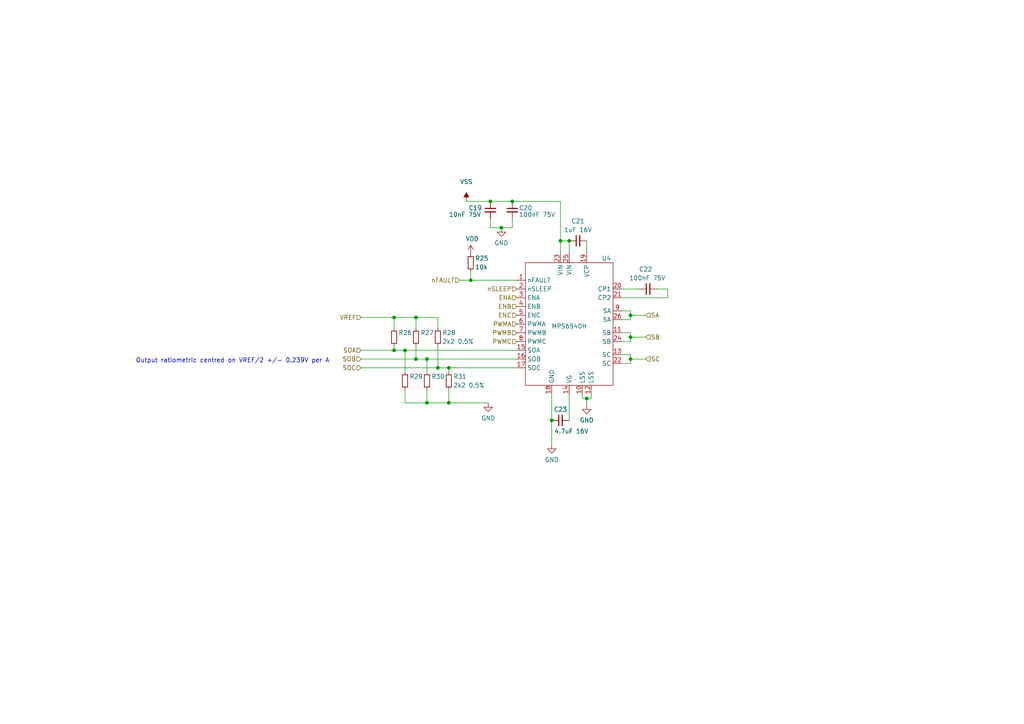
<source format=kicad_sch>
(kicad_sch (version 20211123) (generator eeschema)
  (paper "A4")
  (lib_symbols
    (symbol "Device:C_Small" (pin_numbers hide) (pin_names (offset 0.254) hide)
      (property "Reference" "C" (at 0.254 1.778 0))
      (property "Value" "C_Small" (at 0.254 -2.032 0))
      (symbol "C_Small_0_1"
        (polyline (pts (xy -1.524 -0.508) (xy 1.524 -0.508)) (stroke (width 0.3302)))
        (polyline (pts (xy -1.524 0.508) (xy 1.524 0.508)) (stroke (width 0.3048)))
      )
      (symbol "C_Small_1_1"
        (pin passive line (at 0 2.54 270) (length 2.032) (name "~") (number "1"))
        (pin passive line (at 0 -2.54 90) (length 2.032) (name "~") (number "2"))
      )
    )
    (symbol "Device:R_Small" (pin_numbers hide) (pin_names (offset 0.254) hide)
      (property "Reference" "R" (at 0.762 0.508 0))
      (property "Value" "R_Small" (at 0.762 -1.016 0))
      (symbol "R_Small_0_1"
        (rectangle (start -0.762 1.778) (end 0.762 -1.778) (stroke (width 0.2032)))
      )
      (symbol "R_Small_1_1"
        (pin passive line (at 0 2.54 270) (length 0.762) (name "~") (number "1"))
        (pin passive line (at 0 -2.54 90) (length 0.762) (name "~") (number "2"))
      )
    )
    (symbol "power:GND" (power) (pin_names (offset 0))
      (property "Value" "GND" (at 0 -3.81 0))
      (symbol "GND_0_1"
        (polyline (pts (xy 0 0) (xy 0 -1.27) (xy 1.27 -1.27) (xy 0 -2.54) (xy -1.27 -1.27) (xy 0 -1.27)))
      )
      (symbol "GND_1_1"
        (pin power_in line (at 0 0 270) (length 0) hide (name "GND") (number "1"))
      )
    )
    (symbol "power:VDD" (power) (pin_names (offset 0))
      (property "Value" "VDD" (at 0 3.81 0))
      (symbol "VDD_0_1"
        (polyline (pts (xy -0.762 1.27) (xy 0 2.54)))
        (polyline (pts (xy 0 0) (xy 0 2.54)))
        (polyline (pts (xy 0 2.54) (xy 0.762 1.27)))
      )
      (symbol "VDD_1_1"
        (pin power_in line (at 0 0 90) (length 0) hide (name "VDD") (number "1"))
      )
    )
    (symbol "power:VSS" (power) (pin_names (offset 0))
      (property "Value" "VSS" (at 0 3.81 0))
      (symbol "VSS_0_1"
        (polyline (pts (xy 0 0) (xy 0 2.54)))
        (polyline (pts (xy 0.762 1.27) (xy -0.762 1.27) (xy 0 2.54) (xy 0.762 1.27)) (fill (type outline)))
      )
      (symbol "VSS_1_1"
        (pin power_in line (at 0 0 90) (length 0) hide (name "VSS") (number "1"))
      )
    )
    (symbol "runger:MPS6540H"
      (property "Reference" "U" (at 0 5.08 0))
      (property "Value" "MPS6540H" (at 0 0 0))
      (symbol "MPS6540H_0_0"
        (pin open_emitter line (at -15.24 12.7 0) (length 2.54) (name "nFAULT") (number "1"))
        (pin unspecified line (at 3.81 -20.32 90) (length 2.54) (name "LSS") (number "10"))
        (pin unspecified line (at 15.24 -2.54 180) (length 2.54) (name "SB") (number "11"))
        (pin unspecified line (at 6.35 -20.32 90) (length 2.54) (name "LSS") (number "12"))
        (pin unspecified line (at 15.24 -8.89 180) (length 2.54) (name "SC") (number "13"))
        (pin unspecified line (at 0 -20.32 90) (length 2.54) (name "VG") (number "14"))
        (pin output line (at -15.24 -7.62 0) (length 2.54) (name "SOA") (number "15"))
        (pin output line (at -15.24 -10.16 0) (length 2.54) (name "SOB") (number "16"))
        (pin output line (at -15.24 -12.7 0) (length 2.54) (name "SOC") (number "17"))
        (pin power_out line (at -5.08 -20.32 90) (length 2.54) (name "GND") (number "18"))
        (pin unspecified line (at 5.08 20.32 270) (length 2.54) (name "VCP") (number "19"))
        (pin input line (at -15.24 10.16 0) (length 2.54) (name "nSLEEP") (number "2"))
        (pin output line (at 15.24 10.16 180) (length 2.54) (name "CP1") (number "20"))
        (pin output line (at 15.24 7.62 180) (length 2.54) (name "CP2") (number "21"))
        (pin unspecified line (at 15.24 -11.43 180) (length 2.54) (name "SC") (number "22"))
        (pin power_in line (at -2.54 20.32 270) (length 2.54) (name "VIN") (number "23"))
        (pin unspecified line (at 15.24 -5.08 180) (length 2.54) (name "SB") (number "24"))
        (pin power_in line (at 0 20.32 270) (length 2.54) (name "VIN") (number "25"))
        (pin unspecified line (at 15.24 1.27 180) (length 2.54) (name "SA") (number "26"))
        (pin input line (at -15.24 7.62 0) (length 2.54) (name "ENA") (number "3"))
        (pin input line (at -15.24 5.08 0) (length 2.54) (name "ENB") (number "4"))
        (pin input line (at -15.24 2.54 0) (length 2.54) (name "ENC") (number "5"))
        (pin input line (at -15.24 0 0) (length 2.54) (name "PWMA") (number "6"))
        (pin input line (at -15.24 -2.54 0) (length 2.54) (name "PWMB") (number "7"))
        (pin input line (at -15.24 -5.08 0) (length 2.54) (name "PWMC") (number "8"))
        (pin unspecified line (at 15.24 3.81 180) (length 2.54) (name "SA") (number "9"))
      )
      (symbol "MPS6540H_0_1"
        (rectangle (start -12.7 17.78) (end 12.7 -17.78) (stroke (width 0.1524)))
      )
    )
  )
  (junction (at 123.825 116.84))
  (junction (at 142.24 58.42))
  (junction (at 182.88 91.44))
  (junction (at 120.65 104.14))
  (junction (at 117.475 101.6))
  (junction (at 127 106.68))
  (junction (at 160.02 121.92))
  (junction (at 123.825 104.14))
  (junction (at 120.65 92.075))
  (junction (at 136.525 81.28))
  (junction (at 145.415 66.04))
  (junction (at 182.88 104.14))
  (junction (at 182.88 97.79))
  (junction (at 170.18 115.57))
  (junction (at 114.3 92.075))
  (junction (at 165.1 69.85))
  (junction (at 130.175 116.84))
  (junction (at 162.56 69.85))
  (junction (at 130.175 106.68))
  (junction (at 148.59 58.42))
  (junction (at 114.3 101.6))
  (wire (pts (xy 114.3 92.075) (xy 114.3 95.25)))
  (wire (pts (xy 180.34 105.41) (xy 182.88 105.41)))
  (wire (pts (xy 148.59 66.04) (xy 145.415 66.04)))
  (wire (pts (xy 182.88 91.44) (xy 187.325 91.44)))
  (wire (pts (xy 142.24 66.04) (xy 142.24 63.5)))
  (wire (pts (xy 180.34 102.87) (xy 182.88 102.87)))
  (wire (pts (xy 136.525 81.28) (xy 149.86 81.28)))
  (wire (pts (xy 193.675 86.36) (xy 180.34 86.36)))
  (wire (pts (xy 182.88 92.71) (xy 182.88 91.44)))
  (wire (pts (xy 165.1 114.3) (xy 165.1 121.92)))
  (wire (pts (xy 104.775 92.075) (xy 114.3 92.075)))
  (wire (pts (xy 130.175 106.68) (xy 130.175 107.95)))
  (wire (pts (xy 114.3 100.33) (xy 114.3 101.6)))
  (wire (pts (xy 135.255 58.42) (xy 142.24 58.42)))
  (wire (pts (xy 136.525 81.28) (xy 136.525 78.74)))
  (wire (pts (xy 114.3 101.6) (xy 117.475 101.6)))
  (wire (pts (xy 180.34 92.71) (xy 182.88 92.71)))
  (wire (pts (xy 120.65 104.14) (xy 123.825 104.14)))
  (wire (pts (xy 123.825 116.84) (xy 130.175 116.84)))
  (wire (pts (xy 162.56 69.85) (xy 162.56 58.42)))
  (wire (pts (xy 127 106.68) (xy 130.175 106.68)))
  (wire (pts (xy 182.88 96.52) (xy 182.88 97.79)))
  (wire (pts (xy 180.34 90.17) (xy 182.88 90.17)))
  (wire (pts (xy 114.3 92.075) (xy 120.65 92.075)))
  (wire (pts (xy 182.88 104.14) (xy 187.325 104.14)))
  (wire (pts (xy 130.175 113.03) (xy 130.175 116.84)))
  (wire (pts (xy 127 92.075) (xy 127 95.25)))
  (wire (pts (xy 123.825 104.14) (xy 123.825 107.95)))
  (wire (pts (xy 171.45 115.57) (xy 170.18 115.57)))
  (wire (pts (xy 190.5 83.82) (xy 193.675 83.82)))
  (wire (pts (xy 160.02 121.92) (xy 160.02 128.905)))
  (wire (pts (xy 123.825 113.03) (xy 123.825 116.84)))
  (wire (pts (xy 193.675 83.82) (xy 193.675 86.36)))
  (wire (pts (xy 170.18 115.57) (xy 170.18 117.475)))
  (wire (pts (xy 104.775 101.6) (xy 114.3 101.6)))
  (wire (pts (xy 120.65 100.33) (xy 120.65 104.14)))
  (wire (pts (xy 133.35 81.28) (xy 136.525 81.28)))
  (wire (pts (xy 142.24 58.42) (xy 148.59 58.42)))
  (wire (pts (xy 162.56 69.85) (xy 165.1 69.85)))
  (wire (pts (xy 130.175 116.84) (xy 141.605 116.84)))
  (wire (pts (xy 170.18 73.66) (xy 170.18 69.85)))
  (wire (pts (xy 117.475 113.03) (xy 117.475 116.84)))
  (wire (pts (xy 104.775 106.68) (xy 127 106.68)))
  (wire (pts (xy 148.59 63.5) (xy 148.59 66.04)))
  (wire (pts (xy 182.88 102.87) (xy 182.88 104.14)))
  (wire (pts (xy 117.475 101.6) (xy 117.475 107.95)))
  (wire (pts (xy 180.34 96.52) (xy 182.88 96.52)))
  (wire (pts (xy 168.91 115.57) (xy 170.18 115.57)))
  (wire (pts (xy 165.1 69.85) (xy 165.1 73.66)))
  (wire (pts (xy 168.91 114.3) (xy 168.91 115.57)))
  (wire (pts (xy 123.825 104.14) (xy 149.86 104.14)))
  (wire (pts (xy 142.24 66.04) (xy 145.415 66.04)))
  (wire (pts (xy 117.475 116.84) (xy 123.825 116.84)))
  (wire (pts (xy 171.45 114.3) (xy 171.45 115.57)))
  (wire (pts (xy 182.88 97.79) (xy 187.325 97.79)))
  (wire (pts (xy 130.175 106.68) (xy 149.86 106.68)))
  (wire (pts (xy 120.65 92.075) (xy 120.65 95.25)))
  (wire (pts (xy 127 100.33) (xy 127 106.68)))
  (wire (pts (xy 180.34 99.06) (xy 182.88 99.06)))
  (wire (pts (xy 180.34 83.82) (xy 185.42 83.82)))
  (wire (pts (xy 182.88 90.17) (xy 182.88 91.44)))
  (wire (pts (xy 117.475 101.6) (xy 149.86 101.6)))
  (wire (pts (xy 182.88 105.41) (xy 182.88 104.14)))
  (wire (pts (xy 104.775 104.14) (xy 120.65 104.14)))
  (wire (pts (xy 182.88 99.06) (xy 182.88 97.79)))
  (wire (pts (xy 120.65 92.075) (xy 127 92.075)))
  (wire (pts (xy 160.02 114.3) (xy 160.02 121.92)))
  (wire (pts (xy 162.56 73.66) (xy 162.56 69.85)))
  (wire (pts (xy 148.59 58.42) (xy 162.56 58.42)))
  (text "Output ratiometric centred on VREF/2 +/- 0.239V per A" (at 39.37 105.41 0) (effects (font (size 1.27 1.27)) (justify left bottom)))
  (hierarchical_label "ENB" (shape input) (at 149.86 88.9 180))
  (hierarchical_label "SOC" (shape input) (at 104.775 106.68 180))
  (hierarchical_label "nSLEEP" (shape input) (at 149.86 83.82 180))
  (hierarchical_label "PWMB" (shape input) (at 149.86 96.52 180))
  (hierarchical_label "nFAULT" (shape input) (at 133.35 81.28 180))
  (hierarchical_label "ENA" (shape input) (at 149.86 86.36 180))
  (hierarchical_label "VREF" (shape input) (at 104.775 92.075 180))
  (hierarchical_label "SOB" (shape input) (at 104.775 104.14 180))
  (hierarchical_label "ENC" (shape input) (at 149.86 91.44 180))
  (hierarchical_label "PWMC" (shape input) (at 149.86 99.06 180))
  (hierarchical_label "SA" (shape input) (at 187.325 91.44 0))
  (hierarchical_label "SOA" (shape input) (at 104.775 101.6 180))
  (hierarchical_label "SB" (shape input) (at 187.325 97.79 0))
  (hierarchical_label "SC" (shape input) (at 187.325 104.14 0))
  (hierarchical_label "PWMA" (shape input) (at 149.86 93.98 180))
  (symbol (lib_id "power:GND") (at 145.415 66.04 0)
    (property "Reference" "#PWR073" (effects hide))
    (property "Value" "GND" (at 145.415 70.485 0))
  )
  (symbol (lib_id "Device:C_Small") (at 142.24 60.96 0)
    (property "Reference" "C19" (at 135.89 60.3249 0) (effects (justify left)))
    (property "Value" "10nF 75V" (at 130.175 62.2299 0) (effects (justify left)))
    (property "Footprint" "Capacitor_SMD:C_0805_2012Metric" (effects hide))
    (property "Manu" "Murata" (effects hide))
    (property "Part" "GRM21BR72A103KA01K" (effects hide))
  )
  (symbol (lib_id "Device:R_Small") (at 117.475 110.49 0)
    (property "Reference" "R29" (at 118.745 109.2199 0) (effects (justify left)))
    (property "Value" "2k2 0.5%" (effects hide))
    (property "Footprint" "Resistor_SMD:R_0402_1005Metric" (effects hide))
    (property "Part" "RT0402DRE072K2L" (effects hide))
    (property "Manu" "Yageo" (effects hide))
  )
  (symbol (lib_id "Device:R_Small") (at 127 97.79 0)
    (property "Reference" "R28" (at 128.27 96.5199 0) (effects (justify left)))
    (property "Value" "2k2 0.5%" (at 128.27 99.0599 0) (effects (justify left)))
    (property "Footprint" "Resistor_SMD:R_0402_1005Metric" (effects hide))
    (property "Part" "RT0402DRE072K2L" (effects hide))
    (property "Manu" "Yageo" (effects hide))
  )
  (symbol (lib_id "Device:R_Small") (at 130.175 110.49 0)
    (property "Reference" "R31" (at 131.445 109.2199 0) (effects (justify left)))
    (property "Value" "2k2 0.5%" (at 131.445 111.7599 0) (effects (justify left)))
    (property "Footprint" "Resistor_SMD:R_0402_1005Metric" (effects hide))
    (property "Part" "RT0402DRE072K2L" (effects hide))
    (property "Manu" "Yageo" (effects hide))
  )
  (symbol (lib_id "power:GND") (at 160.02 128.905 0)
    (property "Reference" "#PWR077" (effects hide))
    (property "Value" "GND" (at 160.02 133.35 0))
  )
  (symbol (lib_id "power:VDD") (at 136.525 73.66 0)
    (property "Reference" "#PWR074" (effects hide))
    (property "Value" "VDD" (at 136.9568 69.2658 0))
  )
  (symbol (lib_id "Device:C_Small") (at 167.64 69.85 90)
    (property "Reference" "C21" (at 167.64 64.135 90))
    (property "Value" "1uF 16V" (at 167.64 66.675 90))
    (property "Footprint" "Capacitor_SMD:C_0603_1608Metric" (effects hide))
    (property "Manu" "Murata" (effects hide))
    (property "Part" "GCM188R71C105KA64J" (effects hide))
  )
  (symbol (lib_id "power:GND") (at 141.605 116.84 0)
    (property "Reference" "#PWR075" (effects hide))
    (property "Value" "GND" (at 141.605 121.285 0))
  )
  (symbol (lib_id "Device:C_Small") (at 148.59 60.96 0)
    (property "Reference" "C20" (at 150.495 60.3249 0) (effects (justify left)))
    (property "Value" "100nF 75V" (at 150.495 62.2299 0) (effects (justify left)))
    (property "Footprint" "Capacitor_SMD:C_0805_2012Metric" (effects hide))
    (property "Manu" "Murata" (effects hide))
    (property "Part" "GCM21BR72A104KA37L" (effects hide))
  )
  (symbol (lib_id "power:GND") (at 170.18 117.475 0)
    (property "Reference" "#PWR076" (effects hide))
    (property "Value" "GND" (at 170.18 121.92 0))
  )
  (symbol (lib_id "Device:C_Small") (at 187.96 83.82 90)
    (property "Reference" "C22" (at 189.2299 78.105 90) (effects (justify left)))
    (property "Value" "100nF 75V" (at 193.0399 80.645 90) (effects (justify left)))
    (property "Footprint" "Capacitor_SMD:C_0805_2012Metric" (effects hide))
    (property "Manu" "Murata" (effects hide))
    (property "Part" "GCM21BR72A104KA37L" (effects hide))
  )
  (symbol (lib_id "Device:C_Small") (at 162.56 121.92 90)
    (property "Reference" "C23" (at 162.56 118.745 90))
    (property "Value" "4.7uF 16V" (at 165.735 125.095 90))
    (property "Footprint" "Capacitor_SMD:C_0603_1608Metric" (effects hide))
    (property "Manu" "Murata" (effects hide))
    (property "Part" "GRT188C71C475KE13D" (effects hide))
  )
  (symbol (lib_id "Device:R_Small") (at 136.525 76.2 0)
    (property "Reference" "R25" (at 137.795 74.9299 0) (effects (justify left)))
    (property "Value" "10k" (at 137.795 77.4699 0) (effects (justify left)))
    (property "Footprint" "Resistor_SMD:R_0402_1005Metric" (effects hide))
  )
  (symbol (lib_id "power:VSS") (at 135.255 58.42 0)
    (property "Reference" "#PWR072" (effects hide))
    (property "Value" "VSS" (at 135.255 52.705 0))
  )
  (symbol (lib_id "Device:R_Small") (at 120.65 97.79 0)
    (property "Reference" "R27" (at 121.92 96.5199 0) (effects (justify left)))
    (property "Value" "2k2 0.5%" (effects hide))
    (property "Footprint" "Resistor_SMD:R_0402_1005Metric" (effects hide))
    (property "Part" "RT0402DRE072K2L" (effects hide))
    (property "Manu" "Yageo" (effects hide))
  )
  (symbol (lib_id "Device:R_Small") (at 123.825 110.49 0)
    (property "Reference" "R30" (at 125.095 109.2199 0) (effects (justify left)))
    (property "Value" "2k2 0.5%" (effects hide))
    (property "Footprint" "Resistor_SMD:R_0402_1005Metric" (effects hide))
    (property "Part" "RT0402DRE072K2L" (effects hide))
    (property "Manu" "Yageo" (effects hide))
  )
  (symbol (lib_id "Device:R_Small") (at 114.3 97.79 0)
    (property "Reference" "R26" (at 115.57 96.5199 0) (effects (justify left)))
    (property "Value" "2k2 0.5%" (effects hide))
    (property "Footprint" "Resistor_SMD:R_0402_1005Metric" (effects hide))
    (property "Part" "RT0402DRE072K2L" (effects hide))
    (property "Manu" "Yageo" (effects hide))
  )
  (symbol (lib_id "runger:MPS6540H") (at 165.1 93.98 0)
    (property "Reference" "U4" (at 175.895 74.93 0))
    (property "Value" "MPS6540H" (at 165.1 94.615 0))
    (property "Footprint" "runger:MPS6540H" (effects hide))
    (property "Datasheet" "https://www.mouser.at/datasheet/2/277/mono_s_a0011470959_1-2277179.pdf" (effects hide))
    (property "Manu" "Monolithic Power Systems" (effects hide))
    (property "Part" "MPS6540H" (effects hide))
  )
)
</source>
